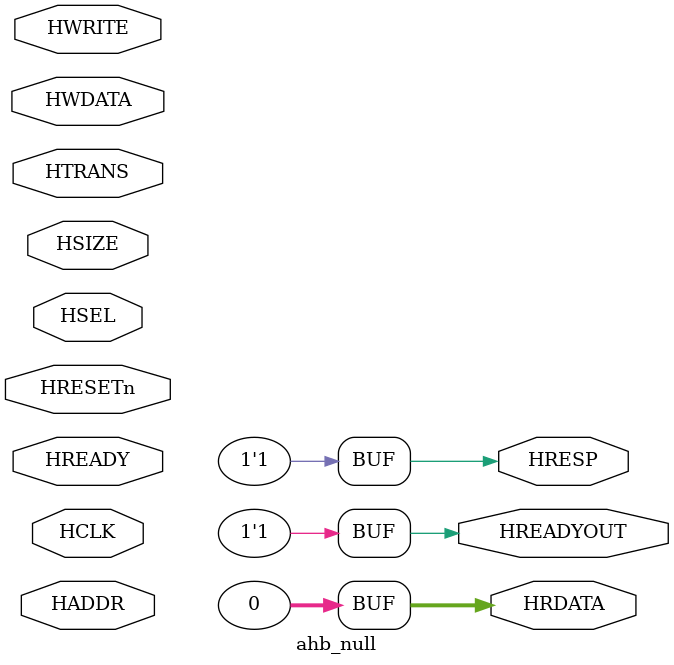
<source format=v>
module ahb_null
  (
    input wire HCLK,    // Clock
    input wire HRESETn, // Reset
    input wire HSEL,    // Device select
    input wire [ 15: 0] HADDR,   // Address
    input wire [ 1: 0] HTRANS,  // Transfer control
    input wire [ 2: 0] HSIZE,   // Transfer size
    input wire HWRITE,  // Write control
    input wire [ 31: 0] HWDATA,  // Write data
    input wire HREADY,  // Transfer phase done

    output wire HREADYOUT, // Device ready
    output wire [ 31: 0] HRDATA,  // Read data output
    output wire HRESP   // Device response (always OKAY)

  );

  // err
  assign HRESP = 1'b1;
  // slave always ready
  assign HREADYOUT = 1'b1;
  // no data
  assign HRDATA = 0;

endmodule

</source>
